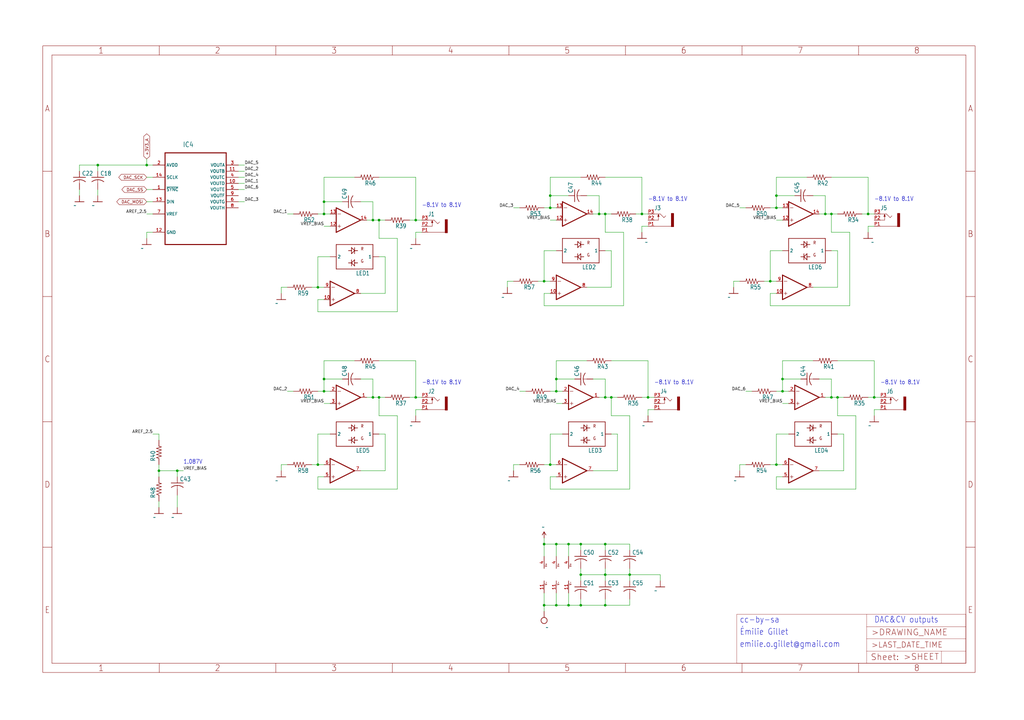
<source format=kicad_sch>
(kicad_sch (version 20211123) (generator eeschema)
  (paper "User" 425.45 299.161)
  (lib_symbols
    (symbol "stages_v70-eagle-import:A3L-LOC"
      (symbol "A3L-LOC_0_0"
        (polyline (pts (xy 0 52.07) (xy 3.81 52.07)))
        (polyline (pts (xy 0 104.14) (xy 3.81 104.14)))
        (polyline (pts (xy 0 156.21) (xy 3.81 156.21)))
        (polyline (pts (xy 0 208.28) (xy 3.81 208.28)))
        (polyline (pts (xy 3.81 3.81) (xy 3.81 256.54)))
        (polyline (pts (xy 48.4188 0) (xy 48.4188 3.81)))
        (polyline (pts (xy 48.4188 256.54) (xy 48.4188 260.35)))
        (polyline (pts (xy 96.8375 0) (xy 96.8375 3.81)))
        (polyline (pts (xy 96.8375 256.54) (xy 96.8375 260.35)))
        (polyline (pts (xy 145.2563 0) (xy 145.2563 3.81)))
        (polyline (pts (xy 145.2563 256.54) (xy 145.2563 260.35)))
        (polyline (pts (xy 193.675 0) (xy 193.675 3.81)))
        (polyline (pts (xy 193.675 256.54) (xy 193.675 260.35)))
        (polyline (pts (xy 242.0938 0) (xy 242.0938 3.81)))
        (polyline (pts (xy 242.0938 256.54) (xy 242.0938 260.35)))
        (polyline (pts (xy 290.5125 0) (xy 290.5125 3.81)))
        (polyline (pts (xy 290.5125 256.54) (xy 290.5125 260.35)))
        (polyline (pts (xy 338.9313 0) (xy 338.9313 3.81)))
        (polyline (pts (xy 338.9313 256.54) (xy 338.9313 260.35)))
        (polyline (pts (xy 383.54 3.81) (xy 3.81 3.81)))
        (polyline (pts (xy 383.54 3.81) (xy 383.54 256.54)))
        (polyline (pts (xy 383.54 52.07) (xy 387.35 52.07)))
        (polyline (pts (xy 383.54 104.14) (xy 387.35 104.14)))
        (polyline (pts (xy 383.54 156.21) (xy 387.35 156.21)))
        (polyline (pts (xy 383.54 208.28) (xy 387.35 208.28)))
        (polyline (pts (xy 383.54 256.54) (xy 3.81 256.54)))
        (polyline (pts (xy 0 0) (xy 387.35 0) (xy 387.35 260.35) (xy 0 260.35) (xy 0 0)))
        (text "1" (at 24.2094 1.905 0) (effects (font (size 2.54 2.286))))
        (text "1" (at 24.2094 258.445 0) (effects (font (size 2.54 2.286))))
        (text "2" (at 72.6281 1.905 0) (effects (font (size 2.54 2.286))))
        (text "2" (at 72.6281 258.445 0) (effects (font (size 2.54 2.286))))
        (text "3" (at 121.0469 1.905 0) (effects (font (size 2.54 2.286))))
        (text "3" (at 121.0469 258.445 0) (effects (font (size 2.54 2.286))))
        (text "4" (at 169.4656 1.905 0) (effects (font (size 2.54 2.286))))
        (text "4" (at 169.4656 258.445 0) (effects (font (size 2.54 2.286))))
        (text "5" (at 217.8844 1.905 0) (effects (font (size 2.54 2.286))))
        (text "5" (at 217.8844 258.445 0) (effects (font (size 2.54 2.286))))
        (text "6" (at 266.3031 1.905 0) (effects (font (size 2.54 2.286))))
        (text "6" (at 266.3031 258.445 0) (effects (font (size 2.54 2.286))))
        (text "7" (at 314.7219 1.905 0) (effects (font (size 2.54 2.286))))
        (text "7" (at 314.7219 258.445 0) (effects (font (size 2.54 2.286))))
        (text "8" (at 363.1406 1.905 0) (effects (font (size 2.54 2.286))))
        (text "8" (at 363.1406 258.445 0) (effects (font (size 2.54 2.286))))
        (text "A" (at 1.905 234.315 0) (effects (font (size 2.54 2.286))))
        (text "A" (at 385.445 234.315 0) (effects (font (size 2.54 2.286))))
        (text "B" (at 1.905 182.245 0) (effects (font (size 2.54 2.286))))
        (text "B" (at 385.445 182.245 0) (effects (font (size 2.54 2.286))))
        (text "C" (at 1.905 130.175 0) (effects (font (size 2.54 2.286))))
        (text "C" (at 385.445 130.175 0) (effects (font (size 2.54 2.286))))
        (text "D" (at 1.905 78.105 0) (effects (font (size 2.54 2.286))))
        (text "D" (at 385.445 78.105 0) (effects (font (size 2.54 2.286))))
        (text "E" (at 1.905 26.035 0) (effects (font (size 2.54 2.286))))
        (text "E" (at 385.445 26.035 0) (effects (font (size 2.54 2.286))))
      )
      (symbol "A3L-LOC_1_0"
        (polyline (pts (xy 288.29 3.81) (xy 288.29 24.13)) (stroke (width 0.1016)))
        (polyline (pts (xy 288.29 3.81) (xy 342.265 3.81)) (stroke (width 0.1016)))
        (polyline (pts (xy 288.29 24.13) (xy 342.265 24.13)) (stroke (width 0.1016)))
        (polyline (pts (xy 342.265 3.81) (xy 373.38 3.81)) (stroke (width 0.1016)))
        (polyline (pts (xy 342.265 8.89) (xy 342.265 3.81)) (stroke (width 0.1016)))
        (polyline (pts (xy 342.265 8.89) (xy 342.265 13.97)) (stroke (width 0.1016)))
        (polyline (pts (xy 342.265 13.97) (xy 342.265 19.05)) (stroke (width 0.1016)))
        (polyline (pts (xy 342.265 13.97) (xy 383.54 13.97)) (stroke (width 0.1016)))
        (polyline (pts (xy 342.265 19.05) (xy 342.265 24.13)) (stroke (width 0.1016)))
        (polyline (pts (xy 342.265 19.05) (xy 383.54 19.05)) (stroke (width 0.1016)))
        (polyline (pts (xy 342.265 24.13) (xy 383.54 24.13)) (stroke (width 0.1016)))
        (polyline (pts (xy 373.38 3.81) (xy 373.38 8.89)) (stroke (width 0.1016)))
        (polyline (pts (xy 373.38 3.81) (xy 383.54 3.81)) (stroke (width 0.1016)))
        (polyline (pts (xy 373.38 8.89) (xy 342.265 8.89)) (stroke (width 0.1016)))
        (polyline (pts (xy 373.38 8.89) (xy 383.54 8.89)) (stroke (width 0.1016)))
        (polyline (pts (xy 383.54 3.81) (xy 383.54 8.89)) (stroke (width 0.1016)))
        (polyline (pts (xy 383.54 8.89) (xy 383.54 13.97)) (stroke (width 0.1016)))
        (polyline (pts (xy 383.54 13.97) (xy 383.54 19.05)) (stroke (width 0.1016)))
        (polyline (pts (xy 383.54 19.05) (xy 383.54 24.13)) (stroke (width 0.1016)))
        (text ">DRAWING_NAME" (at 344.17 15.24 0) (effects (font (size 2.54 2.54)) (justify left bottom)))
        (text ">LAST_DATE_TIME" (at 344.17 10.16 0) (effects (font (size 2.286 2.286)) (justify left bottom)))
        (text ">SHEET" (at 357.505 5.08 0) (effects (font (size 2.54 2.54)) (justify left bottom)))
        (text "Sheet:" (at 343.916 4.953 0) (effects (font (size 2.54 2.54)) (justify left bottom)))
      )
    )
    (symbol "stages_v70-eagle-import:C-USC0402"
      (property "Reference" "C" (at 1.016 0.635 0))
      (property "Value" "C-USC0402" (at 1.016 -4.191 0))
      (symbol "C-USC0402_1_0"
        (arc (start 0 -1.0161) (mid -1.302 -1.2303) (end -2.4668 -1.8504) (stroke (width 0.254)))
        (polyline (pts (xy -2.54 0) (xy 2.54 0)) (stroke (width 0.254)))
        (polyline (pts (xy 0 -1.016) (xy 0 -2.54)) (stroke (width 0.1524)))
        (arc (start 2.4892 -1.8542) (mid 1.3158 -1.2195) (end 0 -1) (stroke (width 0.254)))
        (pin passive line (at 0 2.54 270) (length 2.54) (name "1") (number "1"))
        (pin passive line (at 0 -5.08 90) (length 2.54) (name "2") (number "2"))
      )
    )
    (symbol "stages_v70-eagle-import:C-USC1206"
      (property "Reference" "C" (at 1.016 0.635 0))
      (property "Value" "C-USC1206" (at 1.016 -4.191 0))
      (symbol "C-USC1206_1_0"
        (arc (start 0 -1.0161) (mid -1.302 -1.2303) (end -2.4668 -1.8504) (stroke (width 0.254)))
        (polyline (pts (xy -2.54 0) (xy 2.54 0)) (stroke (width 0.254)))
        (polyline (pts (xy 0 -1.016) (xy 0 -2.54)) (stroke (width 0.1524)))
        (arc (start 2.4892 -1.8542) (mid 1.3158 -1.2195) (end 0 -1) (stroke (width 0.254)))
        (pin passive line (at 0 2.54 270) (length 2.54) (name "1") (number "1"))
        (pin passive line (at 0 -5.08 90) (length 2.54) (name "2") (number "2"))
      )
    )
    (symbol "stages_v70-eagle-import:DAC8168PW"
      (property "Reference" "IC" (at -5.3594 20.066 0))
      (property "Value" "DAC8168PW" (at -5.8674 -22.9362 0))
      (symbol "DAC8168PW_1_0"
        (polyline (pts (xy -12.7 -20.32) (xy 12.7 -20.32)) (stroke (width 0.4064)))
        (polyline (pts (xy -12.7 17.78) (xy -12.7 -20.32)) (stroke (width 0.4064)))
        (polyline (pts (xy 12.7 -20.32) (xy 12.7 17.78)) (stroke (width 0.4064)))
        (polyline (pts (xy 12.7 17.78) (xy -12.7 17.78)) (stroke (width 0.4064)))
        (pin input line (at -17.78 2.54 0) (length 5.08) (name "~{SYNC}") (number "1"))
        (pin output line (at 17.78 5.08 180) (length 5.08) (name "VOUTD") (number "10"))
        (pin output line (at 17.78 10.16 180) (length 5.08) (name "VOUTB") (number "11"))
        (pin passive line (at -17.78 -15.24 0) (length 5.08) (name "GND") (number "12"))
        (pin input line (at -17.78 -2.54 0) (length 5.08) (name "DIN") (number "13"))
        (pin input line (at -17.78 7.62 0) (length 5.08) (name "SCLK") (number "14"))
        (pin power_in line (at -17.78 12.7 0) (length 5.08) (name "AVDD") (number "2"))
        (pin output line (at 17.78 12.7 180) (length 5.08) (name "VOUTA") (number "3"))
        (pin output line (at 17.78 7.62 180) (length 5.08) (name "VOUTC") (number "4"))
        (pin output line (at 17.78 2.54 180) (length 5.08) (name "VOUTE") (number "5"))
        (pin output line (at 17.78 -2.54 180) (length 5.08) (name "VOUTG") (number "6"))
        (pin input line (at -17.78 -7.62 0) (length 5.08) (name "VREF") (number "7"))
        (pin output line (at 17.78 -5.08 180) (length 5.08) (name "VOUTH") (number "8"))
        (pin output line (at 17.78 0 180) (length 5.08) (name "VOUTF") (number "9"))
      )
    )
    (symbol "stages_v70-eagle-import:GND" (power)
      (property "Value" "GND" (at -2.54 -2.54 0))
      (symbol "GND_1_0"
        (polyline (pts (xy -1.905 0) (xy 1.905 0)) (stroke (width 0.254)))
        (pin power_in line (at 0 2.54 270) (length 2.54) (name "GND") (number "1"))
      )
    )
    (symbol "stages_v70-eagle-import:LED-BICOLOR-SHARED-THROUGHHOLE"
      (property "Value" "LED-BICOLOR-SHARED-THROUGHHOLE" (at -6.35 -7.62 0))
      (symbol "LED-BICOLOR-SHARED-THROUGHHOLE_1_0"
        (polyline (pts (xy -7.62 -5.08) (xy -7.62 5.08)) (stroke (width 0.254)))
        (polyline (pts (xy -7.62 5.08) (xy 7.62 5.08)) (stroke (width 0.254)))
        (polyline (pts (xy 0 -2.54) (xy -1.27 -2.54)) (stroke (width 0.254)))
        (polyline (pts (xy 0 -2.54) (xy 0 -3.81)) (stroke (width 0.254)))
        (polyline (pts (xy 0 -2.54) (xy 1.27 -1.27)) (stroke (width 0.254)))
        (polyline (pts (xy 0 -1.27) (xy 0 -2.54)) (stroke (width 0.254)))
        (polyline (pts (xy 0 1.27) (xy 1.27 2.54)) (stroke (width 0.254)))
        (polyline (pts (xy 0 2.54) (xy -1.27 2.54)) (stroke (width 0.254)))
        (polyline (pts (xy 0 2.54) (xy 0 1.27)) (stroke (width 0.254)))
        (polyline (pts (xy 0 3.81) (xy 0 2.54)) (stroke (width 0.254)))
        (polyline (pts (xy 1.27 -3.81) (xy 0 -2.54)) (stroke (width 0.254)))
        (polyline (pts (xy 1.27 -2.54) (xy 1.27 -3.81)) (stroke (width 0.254)))
        (polyline (pts (xy 1.27 -2.54) (xy 2.54 -2.54)) (stroke (width 0.254)))
        (polyline (pts (xy 1.27 -1.27) (xy 1.27 -2.54)) (stroke (width 0.254)))
        (polyline (pts (xy 1.27 2.54) (xy 0 3.81)) (stroke (width 0.254)))
        (polyline (pts (xy 1.27 2.54) (xy 1.27 1.27)) (stroke (width 0.254)))
        (polyline (pts (xy 1.27 2.54) (xy 2.54 2.54)) (stroke (width 0.254)))
        (polyline (pts (xy 1.27 3.81) (xy 1.27 2.54)) (stroke (width 0.254)))
        (polyline (pts (xy 7.62 -5.08) (xy -7.62 -5.08)) (stroke (width 0.254)))
        (polyline (pts (xy 7.62 5.08) (xy 7.62 -5.08)) (stroke (width 0.254)))
        (text "G" (at -3.81 2.54 0) (effects (font (size 1.27 1.0795)) (justify left bottom)))
        (text "R" (at -3.81 -2.54 0) (effects (font (size 1.27 1.0795)) (justify left bottom)))
        (pin bidirectional line (at -10.16 0 0) (length 2.54) (name "1") (number "1"))
        (pin bidirectional line (at 10.16 0 180) (length 2.54) (name "2") (number "2"))
      )
    )
    (symbol "stages_v70-eagle-import:PJ301_THONKICONN6"
      (property "Reference" "J" (at -2.54 4.064 0))
      (symbol "PJ301_THONKICONN6_1_0"
        (polyline (pts (xy -2.54 -2.54) (xy 4.572 -2.54)) (stroke (width 0.1524)))
        (polyline (pts (xy -2.54 0) (xy -0.762 0)) (stroke (width 0.1524)))
        (polyline (pts (xy -2.54 2.54) (xy 0 2.54)) (stroke (width 0.1524)))
        (polyline (pts (xy -1.016 1.524) (xy -0.508 1.524)) (stroke (width 0.254)))
        (polyline (pts (xy -0.762 0) (xy -0.762 2.286)) (stroke (width 0.1524)))
        (polyline (pts (xy -0.762 2.286) (xy -1.016 1.524)) (stroke (width 0.254)))
        (polyline (pts (xy -0.508 1.524) (xy -0.762 2.286)) (stroke (width 0.254)))
        (polyline (pts (xy 0 2.54) (xy 1.524 1.016)) (stroke (width 0.1524)))
        (polyline (pts (xy 1.524 1.016) (xy 2.286 1.778)) (stroke (width 0.1524)))
        (rectangle (start 4.572 2.794) (end 5.588 -2.794) (fill (type outline)))
        (pin passive line (at -5.08 -2.54 0) (length 2.54) (name "1") (number "P1"))
        (pin passive line (at -5.08 0 0) (length 2.54) (name "2") (number "P2"))
        (pin passive line (at -5.08 2.54 0) (length 2.54) (name "3") (number "P3"))
      )
    )
    (symbol "stages_v70-eagle-import:R-US_R0402"
      (property "Reference" "R" (at -3.81 1.4986 0))
      (property "Value" "R-US_R0402" (at -3.81 -3.302 0))
      (symbol "R-US_R0402_1_0"
        (polyline (pts (xy -2.54 0) (xy -2.159 1.016)) (stroke (width 0.2032)))
        (polyline (pts (xy -2.159 1.016) (xy -1.524 -1.016)) (stroke (width 0.2032)))
        (polyline (pts (xy -1.524 -1.016) (xy -0.889 1.016)) (stroke (width 0.2032)))
        (polyline (pts (xy -0.889 1.016) (xy -0.254 -1.016)) (stroke (width 0.2032)))
        (polyline (pts (xy -0.254 -1.016) (xy 0.381 1.016)) (stroke (width 0.2032)))
        (polyline (pts (xy 0.381 1.016) (xy 1.016 -1.016)) (stroke (width 0.2032)))
        (polyline (pts (xy 1.016 -1.016) (xy 1.651 1.016)) (stroke (width 0.2032)))
        (polyline (pts (xy 1.651 1.016) (xy 2.286 -1.016)) (stroke (width 0.2032)))
        (polyline (pts (xy 2.286 -1.016) (xy 2.54 0)) (stroke (width 0.2032)))
        (pin passive line (at -5.08 0 0) (length 2.54) (name "1") (number "1"))
        (pin passive line (at 5.08 0 180) (length 2.54) (name "2") (number "2"))
      )
    )
    (symbol "stages_v70-eagle-import:R-US_R0603"
      (property "Reference" "R" (at -3.81 1.4986 0))
      (property "Value" "R-US_R0603" (at -3.81 -3.302 0))
      (symbol "R-US_R0603_1_0"
        (polyline (pts (xy -2.54 0) (xy -2.159 1.016)) (stroke (width 0.2032)))
        (polyline (pts (xy -2.159 1.016) (xy -1.524 -1.016)) (stroke (width 0.2032)))
        (polyline (pts (xy -1.524 -1.016) (xy -0.889 1.016)) (stroke (width 0.2032)))
        (polyline (pts (xy -0.889 1.016) (xy -0.254 -1.016)) (stroke (width 0.2032)))
        (polyline (pts (xy -0.254 -1.016) (xy 0.381 1.016)) (stroke (width 0.2032)))
        (polyline (pts (xy 0.381 1.016) (xy 1.016 -1.016)) (stroke (width 0.2032)))
        (polyline (pts (xy 1.016 -1.016) (xy 1.651 1.016)) (stroke (width 0.2032)))
        (polyline (pts (xy 1.651 1.016) (xy 2.286 -1.016)) (stroke (width 0.2032)))
        (polyline (pts (xy 2.286 -1.016) (xy 2.54 0)) (stroke (width 0.2032)))
        (pin passive line (at -5.08 0 0) (length 2.54) (name "1") (number "1"))
        (pin passive line (at 5.08 0 180) (length 2.54) (name "2") (number "2"))
      )
    )
    (symbol "stages_v70-eagle-import:TL074PW"
      (symbol "TL074PW_1_0"
        (polyline (pts (xy -5.08 -5.08) (xy 5.08 0)) (stroke (width 0.4064)))
        (polyline (pts (xy -5.08 5.08) (xy -5.08 -5.08)) (stroke (width 0.4064)))
        (polyline (pts (xy -4.445 -2.54) (xy -3.175 -2.54)) (stroke (width 0.1524)))
        (polyline (pts (xy -4.445 2.54) (xy -3.175 2.54)) (stroke (width 0.1524)))
        (polyline (pts (xy -3.81 3.175) (xy -3.81 1.905)) (stroke (width 0.1524)))
        (polyline (pts (xy 5.08 0) (xy -5.08 5.08)) (stroke (width 0.4064)))
        (pin output line (at 7.62 0 180) (length 2.54) (name "OUT") (number "1"))
        (pin input line (at -7.62 -2.54 0) (length 2.54) (name "-IN") (number "2"))
        (pin input line (at -7.62 2.54 0) (length 2.54) (name "+IN") (number "3"))
      )
      (symbol "TL074PW_2_0"
        (polyline (pts (xy -5.08 -5.08) (xy 5.08 0)) (stroke (width 0.4064)))
        (polyline (pts (xy -5.08 5.08) (xy -5.08 -5.08)) (stroke (width 0.4064)))
        (polyline (pts (xy -4.445 -2.54) (xy -3.175 -2.54)) (stroke (width 0.1524)))
        (polyline (pts (xy -4.445 2.54) (xy -3.175 2.54)) (stroke (width 0.1524)))
        (polyline (pts (xy -3.81 3.175) (xy -3.81 1.905)) (stroke (width 0.1524)))
        (polyline (pts (xy 5.08 0) (xy -5.08 5.08)) (stroke (width 0.4064)))
        (pin input line (at -7.62 2.54 0) (length 2.54) (name "+IN") (number "5"))
        (pin input line (at -7.62 -2.54 0) (length 2.54) (name "-IN") (number "6"))
        (pin output line (at 7.62 0 180) (length 2.54) (name "OUT") (number "7"))
      )
      (symbol "TL074PW_3_0"
        (polyline (pts (xy -5.08 -5.08) (xy 5.08 0)) (stroke (width 0.4064)))
        (polyline (pts (xy -5.08 5.08) (xy -5.08 -5.08)) (stroke (width 0.4064)))
        (polyline (pts (xy -4.445 -2.54) (xy -3.175 -2.54)) (stroke (width 0.1524)))
        (polyline (pts (xy -4.445 2.54) (xy -3.175 2.54)) (stroke (width 0.1524)))
        (polyline (pts (xy -3.81 3.175) (xy -3.81 1.905)) (stroke (width 0.1524)))
        (polyline (pts (xy 5.08 0) (xy -5.08 5.08)) (stroke (width 0.4064)))
        (pin input line (at -7.62 2.54 0) (length 2.54) (name "+IN") (number "10"))
        (pin output line (at 7.62 0 180) (length 2.54) (name "OUT") (number "8"))
        (pin input line (at -7.62 -2.54 0) (length 2.54) (name "-IN") (number "9"))
      )
      (symbol "TL074PW_4_0"
        (polyline (pts (xy -5.08 -5.08) (xy 5.08 0)) (stroke (width 0.4064)))
        (polyline (pts (xy -5.08 5.08) (xy -5.08 -5.08)) (stroke (width 0.4064)))
        (polyline (pts (xy -4.445 -2.54) (xy -3.175 -2.54)) (stroke (width 0.1524)))
        (polyline (pts (xy -4.445 2.54) (xy -3.175 2.54)) (stroke (width 0.1524)))
        (polyline (pts (xy -3.81 3.175) (xy -3.81 1.905)) (stroke (width 0.1524)))
        (polyline (pts (xy 5.08 0) (xy -5.08 5.08)) (stroke (width 0.4064)))
        (pin input line (at -7.62 2.54 0) (length 2.54) (name "+IN") (number "12"))
        (pin input line (at -7.62 -2.54 0) (length 2.54) (name "-IN") (number "13"))
        (pin output line (at 7.62 0 180) (length 2.54) (name "OUT") (number "14"))
      )
      (symbol "TL074PW_5_0"
        (text "V+" (at 1.27 3.175 900) (effects (font (size 0.8128 0.6908)) (justify left bottom)))
        (text "V-" (at 1.27 -4.445 900) (effects (font (size 0.8128 0.6908)) (justify left bottom)))
        (pin power_in line (at 0 -7.62 90) (length 5.08) (name "V-") (number "11"))
        (pin power_in line (at 0 7.62 270) (length 5.08) (name "V+") (number "4"))
      )
    )
    (symbol "stages_v70-eagle-import:VCC" (power)
      (property "Value" "VCC" (at -1.016 3.556 0))
      (symbol "VCC_1_0"
        (polyline (pts (xy 0 2.54) (xy -0.762 1.27)) (stroke (width 0.254)))
        (polyline (pts (xy 0.762 1.27) (xy 0 2.54)) (stroke (width 0.254)))
        (pin power_in line (at 0 0 90) (length 2.54) (name "VCC") (number "1"))
      )
    )
    (symbol "stages_v70-eagle-import:VEE" (power)
      (property "Value" "VEE" (at -1.905 3.175 0))
      (symbol "VEE_1_0"
        (circle (center 0 1.27) (radius 1.27) (stroke (width 0.254)))
        (pin power_in line (at 0 -2.54 90) (length 2.54) (name "VEE") (number "1"))
      )
    )
  )
  (junction (at 231.14 226.06))
  (junction (at 228.6 86.36))
  (junction (at 231.14 157.48))
  (junction (at 236.22 251.46))
  (junction (at 325.12 162.56))
  (junction (at 345.44 165.1))
  (junction (at 134.62 162.56))
  (junction (at 60.96 68.58))
  (junction (at 248.92 88.9))
  (junction (at 132.08 119.38))
  (junction (at 172.72 165.1))
  (junction (at 172.72 91.44))
  (junction (at 322.58 193.04))
  (junction (at 342.9 88.9))
  (junction (at 157.48 91.44))
  (junction (at 251.46 251.46))
  (junction (at 325.12 157.48))
  (junction (at 40.64 68.58))
  (junction (at 320.04 116.84))
  (junction (at 228.6 193.04))
  (junction (at 322.58 86.36))
  (junction (at 226.06 116.84))
  (junction (at 360.68 88.9))
  (junction (at 134.62 88.9))
  (junction (at 251.46 226.06))
  (junction (at 241.3 226.06))
  (junction (at 345.44 88.9))
  (junction (at 241.3 251.46))
  (junction (at 236.22 226.06))
  (junction (at 266.7 88.9))
  (junction (at 228.6 81.28))
  (junction (at 241.3 238.76))
  (junction (at 157.48 165.1))
  (junction (at 363.22 165.1))
  (junction (at 154.94 165.1))
  (junction (at 261.62 238.76))
  (junction (at 226.06 251.46))
  (junction (at 251.46 238.76))
  (junction (at 254 165.1))
  (junction (at 269.24 165.1))
  (junction (at 66.04 195.58))
  (junction (at 347.98 165.1))
  (junction (at 134.62 83.82))
  (junction (at 134.62 157.48))
  (junction (at 73.66 195.58))
  (junction (at 231.14 251.46))
  (junction (at 226.06 226.06))
  (junction (at 251.46 165.1))
  (junction (at 251.46 88.9))
  (junction (at 132.08 193.04))
  (junction (at 154.94 91.44))
  (junction (at 231.14 162.56))
  (junction (at 322.58 81.28))
  (wire (pts (xy 327.66 180.34) (xy 322.58 180.34)))
  (wire (pts (xy 353.06 96.52) (xy 345.44 96.52)))
  (wire (pts (xy 355.6 172.72) (xy 347.98 172.72)))
  (wire (pts (xy 251.46 238.76) (xy 261.62 238.76)))
  (wire (pts (xy 246.38 88.9) (xy 248.92 88.9)))
  (wire (pts (xy 226.06 226.06) (xy 231.14 226.06)))
  (wire (pts (xy 254 172.72) (xy 254 165.1)))
  (wire (pts (xy 266.7 73.66) (xy 266.7 88.9)))
  (wire (pts (xy 129.54 193.04) (xy 132.08 193.04)))
  (wire (pts (xy 73.66 195.58) (xy 76.2 195.58)))
  (wire (pts (xy 322.58 121.92) (xy 320.04 121.92)))
  (wire (pts (xy 63.5 73.66) (xy 60.96 73.66)))
  (wire (pts (xy 231.14 104.14) (xy 226.06 104.14)))
  (wire (pts (xy 119.38 193.04) (xy 116.84 193.04)))
  (wire (pts (xy 175.26 96.52) (xy 172.72 96.52)))
  (wire (pts (xy 165.1 129.54) (xy 165.1 99.06)))
  (wire (pts (xy 121.92 88.9) (xy 119.38 88.9)))
  (wire (pts (xy 132.08 162.56) (xy 134.62 162.56)))
  (wire (pts (xy 360.68 73.66) (xy 360.68 88.9)))
  (wire (pts (xy 63.5 96.52) (xy 60.96 96.52)))
  (wire (pts (xy 342.9 88.9) (xy 345.44 88.9)))
  (wire (pts (xy 210.82 116.84) (xy 210.82 119.38)))
  (wire (pts (xy 363.22 165.1) (xy 365.76 165.1)))
  (wire (pts (xy 251.46 157.48) (xy 251.46 165.1)))
  (wire (pts (xy 40.64 68.58) (xy 60.96 68.58)))
  (wire (pts (xy 132.08 180.34) (xy 132.08 193.04)))
  (wire (pts (xy 160.02 121.92) (xy 149.86 121.92)))
  (wire (pts (xy 157.48 106.68) (xy 160.02 106.68)))
  (wire (pts (xy 226.06 121.92) (xy 226.06 127)))
  (wire (pts (xy 248.92 88.9) (xy 251.46 88.9)))
  (wire (pts (xy 231.14 91.44) (xy 228.6 91.44)))
  (wire (pts (xy 327.66 162.56) (xy 325.12 162.56)))
  (wire (pts (xy 226.06 127) (xy 259.08 127)))
  (wire (pts (xy 228.6 86.36) (xy 228.6 81.28)))
  (wire (pts (xy 269.24 165.1) (xy 266.7 165.1)))
  (wire (pts (xy 320.04 86.36) (xy 322.58 86.36)))
  (wire (pts (xy 238.76 157.48) (xy 231.14 157.48)))
  (wire (pts (xy 266.7 88.9) (xy 264.16 88.9)))
  (wire (pts (xy 347.98 165.1) (xy 350.52 165.1)))
  (wire (pts (xy 172.72 165.1) (xy 175.26 165.1)))
  (wire (pts (xy 347.98 104.14) (xy 347.98 119.38)))
  (wire (pts (xy 134.62 198.12) (xy 132.08 198.12)))
  (wire (pts (xy 228.6 203.2) (xy 261.62 203.2)))
  (wire (pts (xy 226.06 116.84) (xy 228.6 116.84)))
  (wire (pts (xy 228.6 81.28) (xy 228.6 73.66)))
  (wire (pts (xy 269.24 149.86) (xy 269.24 165.1)))
  (wire (pts (xy 134.62 162.56) (xy 134.62 157.48)))
  (wire (pts (xy 152.4 91.44) (xy 154.94 91.44)))
  (wire (pts (xy 251.46 228.6) (xy 251.46 226.06)))
  (wire (pts (xy 231.14 162.56) (xy 231.14 157.48)))
  (wire (pts (xy 172.72 165.1) (xy 170.18 165.1)))
  (wire (pts (xy 325.12 198.12) (xy 322.58 198.12)))
  (wire (pts (xy 322.58 198.12) (xy 322.58 203.2)))
  (wire (pts (xy 304.8 116.84) (xy 304.8 119.38)))
  (wire (pts (xy 40.64 68.58) (xy 33.02 68.58)))
  (wire (pts (xy 330.2 81.28) (xy 322.58 81.28)))
  (wire (pts (xy 165.1 203.2) (xy 165.1 172.72)))
  (wire (pts (xy 332.74 157.48) (xy 325.12 157.48)))
  (wire (pts (xy 322.58 203.2) (xy 355.6 203.2)))
  (wire (pts (xy 259.08 127) (xy 259.08 96.52)))
  (wire (pts (xy 142.24 83.82) (xy 134.62 83.82)))
  (wire (pts (xy 121.92 162.56) (xy 119.38 162.56)))
  (wire (pts (xy 347.98 172.72) (xy 347.98 165.1)))
  (wire (pts (xy 223.52 116.84) (xy 226.06 116.84)))
  (wire (pts (xy 251.46 165.1) (xy 254 165.1)))
  (wire (pts (xy 226.06 251.46) (xy 226.06 254)))
  (wire (pts (xy 137.16 93.98) (xy 134.62 93.98)))
  (wire (pts (xy 134.62 124.46) (xy 132.08 124.46)))
  (wire (pts (xy 160.02 195.58) (xy 149.86 195.58)))
  (wire (pts (xy 63.5 88.9) (xy 60.96 88.9)))
  (wire (pts (xy 251.46 88.9) (xy 254 88.9)))
  (wire (pts (xy 236.22 226.06) (xy 241.3 226.06)))
  (wire (pts (xy 254 180.34) (xy 256.54 180.34)))
  (wire (pts (xy 231.14 231.14) (xy 231.14 226.06)))
  (wire (pts (xy 157.48 73.66) (xy 172.72 73.66)))
  (wire (pts (xy 254 119.38) (xy 243.84 119.38)))
  (wire (pts (xy 251.46 104.14) (xy 254 104.14)))
  (wire (pts (xy 226.06 104.14) (xy 226.06 116.84)))
  (wire (pts (xy 228.6 180.34) (xy 228.6 193.04)))
  (wire (pts (xy 66.04 195.58) (xy 73.66 195.58)))
  (wire (pts (xy 213.36 193.04) (xy 213.36 195.58)))
  (wire (pts (xy 325.12 149.86) (xy 337.82 149.86)))
  (wire (pts (xy 172.72 91.44) (xy 175.26 91.44)))
  (wire (pts (xy 160.02 180.34) (xy 160.02 195.58)))
  (wire (pts (xy 307.34 116.84) (xy 304.8 116.84)))
  (wire (pts (xy 149.86 83.82) (xy 154.94 83.82)))
  (wire (pts (xy 322.58 86.36) (xy 322.58 81.28)))
  (wire (pts (xy 231.14 157.48) (xy 231.14 149.86)))
  (wire (pts (xy 73.66 195.58) (xy 73.66 198.12)))
  (wire (pts (xy 137.16 106.68) (xy 132.08 106.68)))
  (wire (pts (xy 66.04 180.34) (xy 63.5 180.34)))
  (wire (pts (xy 165.1 99.06) (xy 157.48 99.06)))
  (wire (pts (xy 40.64 78.74) (xy 40.64 81.28)))
  (wire (pts (xy 236.22 246.38) (xy 236.22 251.46)))
  (wire (pts (xy 226.06 246.38) (xy 226.06 251.46)))
  (wire (pts (xy 119.38 119.38) (xy 116.84 119.38)))
  (wire (pts (xy 228.6 198.12) (xy 228.6 203.2)))
  (wire (pts (xy 327.66 167.64) (xy 325.12 167.64)))
  (wire (pts (xy 226.06 251.46) (xy 231.14 251.46)))
  (wire (pts (xy 63.5 83.82) (xy 60.96 83.82)))
  (wire (pts (xy 132.08 106.68) (xy 132.08 119.38)))
  (wire (pts (xy 325.12 157.48) (xy 325.12 149.86)))
  (wire (pts (xy 251.46 73.66) (xy 266.7 73.66)))
  (wire (pts (xy 241.3 241.3) (xy 241.3 238.76)))
  (wire (pts (xy 248.92 81.28) (xy 248.92 88.9)))
  (wire (pts (xy 271.78 170.18) (xy 269.24 170.18)))
  (wire (pts (xy 132.08 119.38) (xy 134.62 119.38)))
  (wire (pts (xy 269.24 93.98) (xy 266.7 93.98)))
  (wire (pts (xy 233.68 162.56) (xy 231.14 162.56)))
  (wire (pts (xy 231.14 149.86) (xy 243.84 149.86)))
  (wire (pts (xy 236.22 231.14) (xy 236.22 226.06)))
  (wire (pts (xy 231.14 198.12) (xy 228.6 198.12)))
  (wire (pts (xy 154.94 165.1) (xy 157.48 165.1)))
  (wire (pts (xy 360.68 88.9) (xy 363.22 88.9)))
  (wire (pts (xy 236.22 81.28) (xy 228.6 81.28)))
  (wire (pts (xy 251.46 248.92) (xy 251.46 251.46)))
  (wire (pts (xy 233.68 180.34) (xy 228.6 180.34)))
  (wire (pts (xy 363.22 170.18) (xy 363.22 172.72)))
  (wire (pts (xy 269.24 170.18) (xy 269.24 172.72)))
  (wire (pts (xy 172.72 91.44) (xy 170.18 91.44)))
  (wire (pts (xy 307.34 86.36) (xy 309.88 86.36)))
  (wire (pts (xy 355.6 203.2) (xy 355.6 172.72)))
  (wire (pts (xy 134.62 88.9) (xy 132.08 88.9)))
  (wire (pts (xy 73.66 205.74) (xy 73.66 210.82)))
  (wire (pts (xy 228.6 73.66) (xy 241.3 73.66)))
  (wire (pts (xy 274.32 238.76) (xy 274.32 241.3)))
  (wire (pts (xy 116.84 193.04) (xy 116.84 195.58)))
  (wire (pts (xy 365.76 170.18) (xy 363.22 170.18)))
  (wire (pts (xy 226.06 193.04) (xy 228.6 193.04)))
  (wire (pts (xy 157.48 165.1) (xy 160.02 165.1)))
  (wire (pts (xy 218.44 162.56) (xy 215.9 162.56)))
  (wire (pts (xy 137.16 162.56) (xy 134.62 162.56)))
  (wire (pts (xy 172.72 73.66) (xy 172.72 91.44)))
  (wire (pts (xy 256.54 180.34) (xy 256.54 195.58)))
  (wire (pts (xy 251.46 96.52) (xy 251.46 88.9)))
  (wire (pts (xy 360.68 93.98) (xy 360.68 96.52)))
  (wire (pts (xy 172.72 149.86) (xy 172.72 165.1)))
  (wire (pts (xy 33.02 68.58) (xy 33.02 71.12)))
  (wire (pts (xy 157.48 149.86) (xy 172.72 149.86)))
  (wire (pts (xy 251.46 226.06) (xy 261.62 226.06)))
  (wire (pts (xy 337.82 81.28) (xy 342.9 81.28)))
  (wire (pts (xy 320.04 104.14) (xy 320.04 116.84)))
  (wire (pts (xy 63.5 68.58) (xy 60.96 68.58)))
  (wire (pts (xy 137.16 88.9) (xy 134.62 88.9)))
  (wire (pts (xy 228.6 193.04) (xy 231.14 193.04)))
  (wire (pts (xy 60.96 68.58) (xy 60.96 66.04)))
  (wire (pts (xy 99.06 73.66) (xy 101.6 73.66)))
  (wire (pts (xy 99.06 83.82) (xy 101.6 83.82)))
  (wire (pts (xy 325.12 91.44) (xy 322.58 91.44)))
  (wire (pts (xy 132.08 193.04) (xy 134.62 193.04)))
  (wire (pts (xy 254 149.86) (xy 269.24 149.86)))
  (wire (pts (xy 66.04 182.88) (xy 66.04 180.34)))
  (wire (pts (xy 248.92 165.1) (xy 251.46 165.1)))
  (wire (pts (xy 342.9 81.28) (xy 342.9 88.9)))
  (wire (pts (xy 226.06 226.06) (xy 226.06 223.52)))
  (wire (pts (xy 228.6 162.56) (xy 231.14 162.56)))
  (wire (pts (xy 243.84 81.28) (xy 248.92 81.28)))
  (wire (pts (xy 236.22 251.46) (xy 241.3 251.46)))
  (wire (pts (xy 309.88 193.04) (xy 307.34 193.04)))
  (wire (pts (xy 325.12 86.36) (xy 322.58 86.36)))
  (wire (pts (xy 66.04 193.04) (xy 66.04 195.58)))
  (wire (pts (xy 269.24 165.1) (xy 271.78 165.1)))
  (wire (pts (xy 340.36 157.48) (xy 345.44 157.48)))
  (wire (pts (xy 134.62 83.82) (xy 134.62 73.66)))
  (wire (pts (xy 172.72 170.18) (xy 172.72 172.72)))
  (wire (pts (xy 66.04 195.58) (xy 66.04 198.12)))
  (wire (pts (xy 261.62 226.06) (xy 261.62 228.6)))
  (wire (pts (xy 320.04 121.92) (xy 320.04 127)))
  (wire (pts (xy 134.62 157.48) (xy 134.62 149.86)))
  (wire (pts (xy 345.44 165.1) (xy 347.98 165.1)))
  (wire (pts (xy 345.44 157.48) (xy 345.44 165.1)))
  (wire (pts (xy 261.62 203.2) (xy 261.62 172.72)))
  (wire (pts (xy 261.62 238.76) (xy 274.32 238.76)))
  (wire (pts (xy 63.5 78.74) (xy 60.96 78.74)))
  (wire (pts (xy 154.94 157.48) (xy 154.94 165.1)))
  (wire (pts (xy 160.02 106.68) (xy 160.02 121.92)))
  (wire (pts (xy 251.46 238.76) (xy 251.46 241.3)))
  (wire (pts (xy 132.08 124.46) (xy 132.08 129.54)))
  (wire (pts (xy 320.04 116.84) (xy 322.58 116.84)))
  (wire (pts (xy 165.1 172.72) (xy 157.48 172.72)))
  (wire (pts (xy 261.62 172.72) (xy 254 172.72)))
  (wire (pts (xy 353.06 127) (xy 353.06 96.52)))
  (wire (pts (xy 226.06 86.36) (xy 228.6 86.36)))
  (wire (pts (xy 233.68 167.64) (xy 231.14 167.64)))
  (wire (pts (xy 320.04 127) (xy 353.06 127)))
  (wire (pts (xy 40.64 71.12) (xy 40.64 68.58)))
  (wire (pts (xy 99.06 68.58) (xy 101.6 68.58)))
  (wire (pts (xy 228.6 121.92) (xy 226.06 121.92)))
  (wire (pts (xy 152.4 165.1) (xy 154.94 165.1)))
  (wire (pts (xy 33.02 81.28) (xy 33.02 78.74)))
  (wire (pts (xy 345.44 73.66) (xy 360.68 73.66)))
  (wire (pts (xy 322.58 180.34) (xy 322.58 193.04)))
  (wire (pts (xy 142.24 157.48) (xy 134.62 157.48)))
  (wire (pts (xy 226.06 231.14) (xy 226.06 226.06)))
  (wire (pts (xy 347.98 119.38) (xy 337.82 119.38)))
  (wire (pts (xy 213.36 86.36) (xy 215.9 86.36)))
  (wire (pts (xy 259.08 96.52) (xy 251.46 96.52)))
  (wire (pts (xy 363.22 149.86) (xy 363.22 165.1)))
  (wire (pts (xy 66.04 208.28) (xy 66.04 210.82)))
  (wire (pts (xy 137.16 167.64) (xy 134.62 167.64)))
  (wire (pts (xy 350.52 180.34) (xy 350.52 195.58)))
  (wire (pts (xy 241.3 238.76) (xy 241.3 236.22)))
  (wire (pts (xy 154.94 83.82) (xy 154.94 91.44)))
  (wire (pts (xy 172.72 96.52) (xy 172.72 99.06)))
  (wire (pts (xy 307.34 193.04) (xy 307.34 195.58)))
  (wire (pts (xy 251.46 236.22) (xy 251.46 238.76)))
  (wire (pts (xy 345.44 88.9) (xy 347.98 88.9)))
  (wire (pts (xy 241.3 226.06) (xy 251.46 226.06)))
  (wire (pts (xy 345.44 96.52) (xy 345.44 88.9)))
  (wire (pts (xy 157.48 180.34) (xy 160.02 180.34)))
  (wire (pts (xy 154.94 91.44) (xy 157.48 91.44)))
  (wire (pts (xy 60.96 96.52) (xy 60.96 99.06)))
  (wire (pts (xy 129.54 119.38) (xy 132.08 119.38)))
  (wire (pts (xy 99.06 76.2) (xy 101.6 76.2)))
  (wire (pts (xy 132.08 198.12) (xy 132.08 203.2)))
  (wire (pts (xy 132.08 129.54) (xy 165.1 129.54)))
  (wire (pts (xy 241.3 248.92) (xy 241.3 251.46)))
  (wire (pts (xy 254 104.14) (xy 254 119.38)))
  (wire (pts (xy 261.62 251.46) (xy 261.62 248.92)))
  (wire (pts (xy 157.48 172.72) (xy 157.48 165.1)))
  (wire (pts (xy 231.14 226.06) (xy 236.22 226.06)))
  (wire (pts (xy 132.08 203.2) (xy 165.1 203.2)))
  (wire (pts (xy 360.68 88.9) (xy 358.14 88.9)))
  (wire (pts (xy 231.14 86.36) (xy 228.6 86.36)))
  (wire (pts (xy 342.9 165.1) (xy 345.44 165.1)))
  (wire (pts (xy 317.5 116.84) (xy 320.04 116.84)))
  (wire (pts (xy 266.7 93.98) (xy 266.7 96.52)))
  (wire (pts (xy 261.62 238.76) (xy 261.62 241.3)))
  (wire (pts (xy 231.14 251.46) (xy 236.22 251.46)))
  (wire (pts (xy 340.36 88.9) (xy 342.9 88.9)))
  (wire (pts (xy 350.52 195.58) (xy 340.36 195.58)))
  (wire (pts (xy 157.48 99.06) (xy 157.48 91.44)))
  (wire (pts (xy 322.58 193.04) (xy 325.12 193.04)))
  (wire (pts (xy 322.58 81.28) (xy 322.58 73.66)))
  (wire (pts (xy 363.22 165.1) (xy 360.68 165.1)))
  (wire (pts (xy 347.98 180.34) (xy 350.52 180.34)))
  (wire (pts (xy 266.7 88.9) (xy 269.24 88.9)))
  (wire (pts (xy 134.62 88.9) (xy 134.62 83.82)))
  (wire (pts (xy 241.3 238.76) (xy 251.46 238.76)))
  (wire (pts (xy 322.58 162.56) (xy 325.12 162.56)))
  (wire (pts (xy 325.12 104.14) (xy 320.04 104.14)))
  (wire (pts (xy 157.48 91.44) (xy 160.02 91.44)))
  (wire (pts (xy 320.04 193.04) (xy 322.58 193.04)))
  (wire (pts (xy 215.9 193.04) (xy 213.36 193.04)))
  (wire (pts (xy 134.62 149.86) (xy 147.32 149.86)))
  (wire (pts (xy 149.86 157.48) (xy 154.94 157.48)))
  (wire (pts (xy 251.46 251.46) (xy 261.62 251.46)))
  (wire (pts (xy 241.3 228.6) (xy 241.3 226.06)))
  (wire (pts (xy 322.58 73.66) (xy 335.28 73.66)))
  (wire (pts (xy 231.14 246.38) (xy 231.14 251.46)))
  (wire (pts (xy 116.84 119.38) (xy 116.84 121.92)))
  (wire (pts (xy 175.26 170.18) (xy 172.72 170.18)))
  (wire (pts (xy 137.16 180.34) (xy 132.08 180.34)))
  (wire (pts (xy 256.54 195.58) (xy 246.38 195.58)))
  (wire (pts (xy 254 165.1) (xy 256.54 165.1)))
  (wire (pts (xy 241.3 251.46) (xy 251.46 251.46)))
  (wire (pts (xy 99.06 71.12) (xy 101.6 71.12)))
  (wire (pts (xy 345.44 104.14) (xy 347.98 104.14)))
  (wire (pts (xy 213.36 116.84) (xy 210.82 116.84)))
  (wire (pts (xy 325.12 162.56) (xy 325.12 157.48)))
  (wire (pts (xy 312.42 162.56) (xy 309.88 162.56)))
  (wire (pts (xy 261.62 236.22) (xy 261.62 238.76)))
  (wire (pts (xy 246.38 157.48) (xy 251.46 157.48)))
  (wire (pts (xy 347.98 149.86) (xy 363.22 149.86)))
  (wire (pts (xy 147.32 73.66) (xy 134.62 73.66)))
  (wire (pts (xy 363.22 93.98) (xy 360.68 93.98)))
  (wire (pts (xy 99.06 78.74) (xy 101.6 78.74)))
  (text "DAC&CV outputs" (at 363.22 259.08 180) (effects (font (size 2.54 2.159)) (justify left bottom)))
  (text "-8.1V to 8.1V" (at 271.78 160.02 180) (effects (font (size 1.778 1.5113)) (justify left bottom)))
  (text "-8.1V to 8.1V" (at 363.22 83.82 180) (effects (font (size 1.778 1.5113)) (justify left bottom)))
  (text "-8.1V to 8.1V" (at 175.26 86.36 180) (effects (font (size 1.778 1.5113)) (justify left bottom)))
  (text "-8.1V to 8.1V" (at 175.26 160.02 180) (effects (font (size 1.778 1.5113)) (justify left bottom)))
  (text "1.087V" (at 76.2 193.04 180) (effects (font (size 1.778 1.5113)) (justify left bottom)))
  (text "cc-by-sa" (at 307.34 259.08 180) (effects (font (size 2.54 2.159)) (justify left bottom)))
  (text "emilie.o.gillet@gmail.com" (at 307.34 269.24 180) (effects (font (size 2.54 2.159)) (justify left bottom)))
  (text "Émilie Gillet" (at 307.34 264.16 180) (effects (font (size 2.54 2.159)) (justify left bottom)))
  (text "-8.1V to 8.1V" (at 365.76 160.02 180) (effects (font (size 1.778 1.5113)) (justify left bottom)))
  (text "-8.1V to 8.1V" (at 269.24 83.82 180) (effects (font (size 1.778 1.5113)) (justify left bottom)))
  (label "VREF_BIAS" (at 134.62 93.98 180) (effects (font (size 1.2446 1.2446))))
  (label "DAC_4" (at 215.9 162.56 180) (effects (font (size 1.2446 1.2446))))
  (label "VREF_BIAS" (at 322.58 91.44 180) (effects (font (size 1.2446 1.2446))))
  (label "DAC_6" (at 101.6 78.74 0) (effects (font (size 1.2446 1.2446))))
  (label "DAC_1" (at 101.6 76.2 0) (effects (font (size 1.2446 1.2446))))
  (label "DAC_4" (at 101.6 73.66 0) (effects (font (size 1.2446 1.2446))))
  (label "DAC_3" (at 101.6 83.82 0) (effects (font (size 1.2446 1.2446))))
  (label "DAC_6" (at 309.88 162.56 180) (effects (font (size 1.2446 1.2446))))
  (label "AREF_2.5" (at 63.5 180.34 180) (effects (font (size 1.2446 1.2446))))
  (label "DAC_1" (at 119.38 88.9 180) (effects (font (size 1.2446 1.2446))))
  (label "VREF_BIAS" (at 134.62 167.64 180) (effects (font (size 1.2446 1.2446))))
  (label "DAC_2" (at 101.6 71.12 0) (effects (font (size 1.2446 1.2446))))
  (label "AREF_2.5" (at 60.96 88.9 180) (effects (font (size 1.2446 1.2446))))
  (label "DAC_5" (at 101.6 68.58 0) (effects (font (size 1.2446 1.2446))))
  (label "VREF_BIAS" (at 76.2 195.58 0) (effects (font (size 1.2446 1.2446))))
  (label "VREF_BIAS" (at 228.6 91.44 180) (effects (font (size 1.2446 1.2446))))
  (label "DAC_2" (at 119.38 162.56 180) (effects (font (size 1.2446 1.2446))))
  (label "VREF_BIAS" (at 231.14 167.64 180) (effects (font (size 1.2446 1.2446))))
  (label "DAC_3" (at 213.36 86.36 180) (effects (font (size 1.2446 1.2446))))
  (label "VREF_BIAS" (at 325.12 167.64 180) (effects (font (size 1.2446 1.2446))))
  (label "DAC_5" (at 307.34 86.36 180) (effects (font (size 1.2446 1.2446))))
  (global_label "DAC_SS" (shape bidirectional) (at 60.96 78.74 180) (effects (font (size 1.2446 1.2446))) (property "Intersheet References" "${INTERSHEET_REFS}" (effects hide)))
  (global_label "+3V3_A" (shape bidirectional) (at 60.96 66.04 90) (effects (font (size 1.2446 1.2446))) (property "Intersheet References" "${INTERSHEET_REFS}" (effects hide)))
  (global_label "DAC_MOSI" (shape bidirectional) (at 60.96 83.82 180) (effects (font (size 1.2446 1.2446))) (property "Intersheet References" "${INTERSHEET_REFS}" (effects hide)))
  (global_label "DAC_SCK" (shape bidirectional) (at 60.96 73.66 180) (effects (font (size 1.2446 1.2446))) (property "Intersheet References" "${INTERSHEET_REFS}" (effects hide)))
  (symbol (lib_id "stages_v70-eagle-import:GND") (at 66.04 213.36 0) (unit 1)
    (property "Reference" "#GND82" (effects hide))
  )
  (symbol (lib_id "stages_v70-eagle-import:R-US_R0402") (at 218.44 116.84 180) (unit 1)
    (property "Reference" "R57" (at 222.25 118.3386 0) (effects (font (size 1.778 1.5113)) (justify left bottom)))
  )
  (symbol (lib_id "stages_v70-eagle-import:TL074PW") (at 332.74 195.58 0) (mirror x) (unit 2)
    (property "Reference" "IC12" (effects hide))
  )
  (symbol (lib_id "stages_v70-eagle-import:C-USC0402") (at 335.28 157.48 90) (unit 1)
    (property "Reference" "C44" (at 334.645 156.464 0) (effects (font (size 1.778 1.5113)) (justify left bottom)))
  )
  (symbol (lib_id "stages_v70-eagle-import:PJ301_THONKICONN6") (at 274.32 91.44 0) (unit 1)
    (property "Reference" "J3" (at 271.78 87.376 0) (effects (font (size 1.778 1.5113)) (justify left bottom)))
  )
  (symbol (lib_id "stages_v70-eagle-import:VCC") (at 226.06 223.52 0) (unit 1)
    (property "Reference" "#P+1" (effects hide))
  )
  (symbol (lib_id "stages_v70-eagle-import:LED-BICOLOR-SHARED-THROUGHHOLE") (at 335.28 104.14 180) (unit 1)
    (property "Reference" "LED6" (at 341.63 109.982 0) (effects (font (size 1.778 1.5113)) (justify left bottom)))
  )
  (symbol (lib_id "stages_v70-eagle-import:R-US_R0402") (at 220.98 193.04 180) (unit 1)
    (property "Reference" "R56" (at 224.79 194.5386 0) (effects (font (size 1.778 1.5113)) (justify left bottom)))
  )
  (symbol (lib_id "stages_v70-eagle-import:PJ301_THONKICONN6") (at 370.84 167.64 0) (unit 1)
    (property "Reference" "J6" (at 368.3 163.576 0) (effects (font (size 1.778 1.5113)) (justify left bottom)))
  )
  (symbol (lib_id "stages_v70-eagle-import:C-USC1206") (at 33.02 73.66 0) (unit 1)
    (property "Reference" "C22" (at 34.036 73.025 0) (effects (font (size 1.778 1.5113)) (justify left bottom)))
  )
  (symbol (lib_id "stages_v70-eagle-import:C-USC0402") (at 251.46 231.14 0) (unit 1)
    (property "Reference" "C52" (at 252.476 230.505 0) (effects (font (size 1.778 1.5113)) (justify left bottom)))
  )
  (symbol (lib_id "stages_v70-eagle-import:C-USC0402") (at 241.3 157.48 90) (unit 1)
    (property "Reference" "C46" (at 240.665 156.464 0) (effects (font (size 1.778 1.5113)) (justify left bottom)))
  )
  (symbol (lib_id "stages_v70-eagle-import:LED-BICOLOR-SHARED-THROUGHHOLE") (at 147.32 180.34 180) (unit 1)
    (property "Reference" "LED5" (at 153.67 186.182 0) (effects (font (size 1.778 1.5113)) (justify left bottom)))
  )
  (symbol (lib_id "stages_v70-eagle-import:R-US_R0603") (at 165.1 91.44 180) (unit 1)
    (property "Reference" "R39" (at 168.91 92.9386 0) (effects (font (size 1.778 1.5113)) (justify left bottom)))
  )
  (symbol (lib_id "stages_v70-eagle-import:GND") (at 116.84 198.12 0) (unit 1)
    (property "Reference" "#GND62" (effects hide))
  )
  (symbol (lib_id "stages_v70-eagle-import:C-USC0402") (at 144.78 83.82 90) (unit 1)
    (property "Reference" "C49" (at 144.145 82.804 0) (effects (font (size 1.778 1.5113)) (justify left bottom)))
  )
  (symbol (lib_id "stages_v70-eagle-import:R-US_R0402") (at 317.5 162.56 180) (unit 1)
    (property "Reference" "R47" (at 321.31 164.0586 0) (effects (font (size 1.778 1.5113)) (justify left bottom)))
  )
  (symbol (lib_id "stages_v70-eagle-import:LED-BICOLOR-SHARED-THROUGHHOLE") (at 241.3 104.14 180) (unit 1)
    (property "Reference" "LED2" (at 247.65 109.982 0) (effects (font (size 1.778 1.5113)) (justify left bottom)))
  )
  (symbol (lib_id "stages_v70-eagle-import:GND") (at 172.72 175.26 0) (unit 1)
    (property "Reference" "#GND81" (effects hide))
  )
  (symbol (lib_id "stages_v70-eagle-import:TL074PW") (at 142.24 195.58 0) (mirror x) (unit 2)
    (property "Reference" "IC14" (effects hide))
  )
  (symbol (lib_id "stages_v70-eagle-import:TL074PW") (at 332.74 88.9 0) (mirror x) (unit 4)
    (property "Reference" "IC12" (effects hide))
  )
  (symbol (lib_id "stages_v70-eagle-import:TL074PW") (at 144.78 91.44 0) (mirror x) (unit 4)
    (property "Reference" "IC14" (effects hide))
  )
  (symbol (lib_id "stages_v70-eagle-import:R-US_R0402") (at 314.96 86.36 180) (unit 1)
    (property "Reference" "R50" (at 318.77 87.8586 0) (effects (font (size 1.778 1.5113)) (justify left bottom)))
  )
  (symbol (lib_id "stages_v70-eagle-import:R-US_R0603") (at 261.62 165.1 180) (unit 1)
    (property "Reference" "R36" (at 265.43 166.5986 0) (effects (font (size 1.778 1.5113)) (justify left bottom)))
  )
  (symbol (lib_id "stages_v70-eagle-import:R-US_R0603") (at 165.1 165.1 180) (unit 1)
    (property "Reference" "R37" (at 168.91 166.5986 0) (effects (font (size 1.778 1.5113)) (justify left bottom)))
  )
  (symbol (lib_id "stages_v70-eagle-import:R-US_R0402") (at 127 88.9 180) (unit 1)
    (property "Reference" "R52" (at 130.81 90.3986 0) (effects (font (size 1.778 1.5113)) (justify left bottom)))
  )
  (symbol (lib_id "stages_v70-eagle-import:GND") (at 116.84 124.46 0) (unit 1)
    (property "Reference" "#GND60" (effects hide))
  )
  (symbol (lib_id "stages_v70-eagle-import:R-US_R0402") (at 223.52 162.56 180) (unit 1)
    (property "Reference" "R49" (at 227.33 164.0586 0) (effects (font (size 1.778 1.5113)) (justify left bottom)))
  )
  (symbol (lib_id "stages_v70-eagle-import:LED-BICOLOR-SHARED-THROUGHHOLE") (at 147.32 106.68 180) (unit 1)
    (property "Reference" "LED1" (at 153.67 112.522 0) (effects (font (size 1.778 1.5113)) (justify left bottom)))
  )
  (symbol (lib_id "stages_v70-eagle-import:R-US_R0402") (at 124.46 119.38 180) (unit 1)
    (property "Reference" "R59" (at 128.27 120.8786 0) (effects (font (size 1.778 1.5113)) (justify left bottom)))
  )
  (symbol (lib_id "stages_v70-eagle-import:C-USC0402") (at 332.74 81.28 90) (unit 1)
    (property "Reference" "C45" (at 332.105 80.264 0) (effects (font (size 1.778 1.5113)) (justify left bottom)))
  )
  (symbol (lib_id "stages_v70-eagle-import:C-USC0402") (at 73.66 200.66 0) (unit 1)
    (property "Reference" "C43" (at 74.676 200.025 0) (effects (font (size 1.778 1.5113)) (justify left bottom)))
  )
  (symbol (lib_id "stages_v70-eagle-import:LED-BICOLOR-SHARED-THROUGHHOLE") (at 243.84 180.34 180) (unit 1)
    (property "Reference" "LED3" (at 250.19 186.182 0) (effects (font (size 1.778 1.5113)) (justify left bottom)))
  )
  (symbol (lib_id "stages_v70-eagle-import:TL074PW") (at 226.06 238.76 0) (unit 5)
    (property "Reference" "IC14" (effects hide))
  )
  (symbol (lib_id "stages_v70-eagle-import:PJ301_THONKICONN6") (at 276.86 167.64 0) (unit 1)
    (property "Reference" "J4" (at 274.32 163.576 0) (effects (font (size 1.778 1.5113)) (justify left bottom)))
  )
  (symbol (lib_id "stages_v70-eagle-import:R-US_R0402") (at 124.46 193.04 180) (unit 1)
    (property "Reference" "R58" (at 128.27 194.5386 0) (effects (font (size 1.778 1.5113)) (justify left bottom)))
  )
  (symbol (lib_id "stages_v70-eagle-import:TL074PW") (at 335.28 165.1 0) (mirror x) (unit 1)
    (property "Reference" "IC12" (effects hide))
  )
  (symbol (lib_id "stages_v70-eagle-import:GND") (at 40.64 83.82 0) (unit 1)
    (property "Reference" "#GND76" (effects hide))
  )
  (symbol (lib_id "stages_v70-eagle-import:TL074PW") (at 238.76 195.58 0) (mirror x) (unit 2)
    (property "Reference" "IC13" (effects hide))
  )
  (symbol (lib_id "stages_v70-eagle-import:A3L-LOC") (at 17.78 279.4 0) (unit 1)
    (property "Reference" "#FRAME3" (effects hide))
  )
  (symbol (lib_id "stages_v70-eagle-import:TL074PW") (at 142.24 121.92 0) (mirror x) (unit 3)
    (property "Reference" "IC14" (effects hide))
  )
  (symbol (lib_id "stages_v70-eagle-import:R-US_R0402") (at 152.4 73.66 180) (unit 1)
    (property "Reference" "R46" (at 156.21 75.1586 0) (effects (font (size 1.778 1.5113)) (justify left bottom)))
  )
  (symbol (lib_id "stages_v70-eagle-import:R-US_R0402") (at 66.04 203.2 90) (unit 1)
    (property "Reference" "R48" (at 64.5414 207.01 0) (effects (font (size 1.778 1.5113)) (justify left bottom)))
  )
  (symbol (lib_id "stages_v70-eagle-import:TL074PW") (at 236.22 238.76 0) (unit 5)
    (property "Reference" "IC12" (effects hide))
  )
  (symbol (lib_id "stages_v70-eagle-import:PJ301_THONKICONN6") (at 180.34 93.98 0) (unit 1)
    (property "Reference" "J1" (at 177.8 89.916 0) (effects (font (size 1.778 1.5113)) (justify left bottom)))
  )
  (symbol (lib_id "stages_v70-eagle-import:GND") (at 363.22 175.26 0) (unit 1)
    (property "Reference" "#GND64" (effects hide))
  )
  (symbol (lib_id "stages_v70-eagle-import:GND") (at 274.32 243.84 0) (unit 1)
    (property "Reference" "#GND91" (effects hide))
  )
  (symbol (lib_id "stages_v70-eagle-import:R-US_R0402") (at 246.38 73.66 180) (unit 1)
    (property "Reference" "R44" (at 250.19 75.1586 0) (effects (font (size 1.778 1.5113)) (justify left bottom)))
  )
  (symbol (lib_id "stages_v70-eagle-import:TL074PW") (at 144.78 165.1 0) (mirror x) (unit 1)
    (property "Reference" "IC14" (effects hide))
  )
  (symbol (lib_id "stages_v70-eagle-import:GND") (at 73.66 213.36 0) (unit 1)
    (property "Reference" "#GND59" (effects hide))
  )
  (symbol (lib_id "stages_v70-eagle-import:GND") (at 307.34 198.12 0) (unit 1)
    (property "Reference" "#GND66" (effects hide))
  )
  (symbol (lib_id "stages_v70-eagle-import:TL074PW") (at 231.14 238.76 0) (unit 5)
    (property "Reference" "IC13" (effects hide))
  )
  (symbol (lib_id "stages_v70-eagle-import:TL074PW") (at 238.76 88.9 0) (mirror x) (unit 4)
    (property "Reference" "IC13" (effects hide))
  )
  (symbol (lib_id "stages_v70-eagle-import:R-US_R0402") (at 220.98 86.36 180) (unit 1)
    (property "Reference" "R53" (at 224.79 87.8586 0) (effects (font (size 1.778 1.5113)) (justify left bottom)))
  )
  (symbol (lib_id "stages_v70-eagle-import:GND") (at 60.96 101.6 0) (unit 1)
    (property "Reference" "#GND39" (effects hide))
  )
  (symbol (lib_id "stages_v70-eagle-import:DAC8168PW") (at 81.28 81.28 0) (unit 1)
    (property "Reference" "IC4" (at 75.9206 61.214 0) (effects (font (size 2.0828 1.7703)) (justify left bottom)))
  )
  (symbol (lib_id "stages_v70-eagle-import:TL074PW") (at 241.3 165.1 0) (mirror x) (unit 1)
    (property "Reference" "IC13" (effects hide))
  )
  (symbol (lib_id "stages_v70-eagle-import:GND") (at 210.82 121.92 0) (unit 1)
    (property "Reference" "#GND61" (effects hide))
  )
  (symbol (lib_id "stages_v70-eagle-import:R-US_R0402") (at 152.4 149.86 180) (unit 1)
    (property "Reference" "R45" (at 156.21 151.3586 0) (effects (font (size 1.778 1.5113)) (justify left bottom)))
  )
  (symbol (lib_id "stages_v70-eagle-import:GND") (at 269.24 175.26 0) (unit 1)
    (property "Reference" "#GND80" (effects hide))
  )
  (symbol (lib_id "stages_v70-eagle-import:GND") (at 172.72 101.6 0) (unit 1)
    (property "Reference" "#GND58" (effects hide))
  )
  (symbol (lib_id "stages_v70-eagle-import:C-USC0402") (at 241.3 243.84 0) (unit 1)
    (property "Reference" "C51" (at 242.316 243.205 0) (effects (font (size 1.778 1.5113)) (justify left bottom)))
  )
  (symbol (lib_id "stages_v70-eagle-import:C-USC0402") (at 251.46 243.84 0) (unit 1)
    (property "Reference" "C53" (at 252.476 243.205 0) (effects (font (size 1.778 1.5113)) (justify left bottom)))
  )
  (symbol (lib_id "stages_v70-eagle-import:GND") (at 360.68 99.06 0) (mirror y) (unit 1)
    (property "Reference" "#GND63" (effects hide))
  )
  (symbol (lib_id "stages_v70-eagle-import:C-USC0402") (at 144.78 157.48 90) (unit 1)
    (property "Reference" "C48" (at 144.145 156.464 0) (effects (font (size 1.778 1.5113)) (justify left bottom)))
  )
  (symbol (lib_id "stages_v70-eagle-import:VEE") (at 226.06 256.54 180) (unit 1)
    (property "Reference" "#SUPPLY1" (effects hide))
  )
  (symbol (lib_id "stages_v70-eagle-import:C-USC0402") (at 261.62 243.84 0) (unit 1)
    (property "Reference" "C55" (at 262.636 243.205 0) (effects (font (size 1.778 1.5113)) (justify left bottom)))
  )
  (symbol (lib_id "stages_v70-eagle-import:R-US_R0402") (at 312.42 116.84 180) (unit 1)
    (property "Reference" "R55" (at 316.23 118.3386 0) (effects (font (size 1.778 1.5113)) (justify left bottom)))
  )
  (symbol (lib_id "stages_v70-eagle-import:R-US_R0603") (at 355.6 165.1 180) (unit 1)
    (property "Reference" "R35" (at 359.41 166.5986 0) (effects (font (size 1.778 1.5113)) (justify left bottom)))
  )
  (symbol (lib_id "stages_v70-eagle-import:GND") (at 213.36 198.12 0) (unit 1)
    (property "Reference" "#GND71" (effects hide))
  )
  (symbol (lib_id "stages_v70-eagle-import:R-US_R0402") (at 127 162.56 180) (unit 1)
    (property "Reference" "R51" (at 130.81 164.0586 0) (effects (font (size 1.778 1.5113)) (justify left bottom)))
  )
  (symbol (lib_id "stages_v70-eagle-import:R-US_R0402") (at 248.92 149.86 180) (unit 1)
    (property "Reference" "R43" (at 252.73 151.3586 0) (effects (font (size 1.778 1.5113)) (justify left bottom)))
  )
  (symbol (lib_id "stages_v70-eagle-import:R-US_R0603") (at 353.06 88.9 180) (unit 1)
    (property "Reference" "R34" (at 356.87 90.3986 0) (effects (font (size 1.778 1.5113)) (justify left bottom)))
  )
  (symbol (lib_id "stages_v70-eagle-import:C-USC0402") (at 261.62 231.14 0) (unit 1)
    (property "Reference" "C54" (at 262.636 230.505 0) (effects (font (size 1.778 1.5113)) (justify left bottom)))
  )
  (symbol (lib_id "stages_v70-eagle-import:PJ301_THONKICONN6") (at 368.3 91.44 0) (unit 1)
    (property "Reference" "J5" (at 365.76 87.376 0) (effects (font (size 1.778 1.5113)) (justify left bottom)))
  )
  (symbol (lib_id "stages_v70-eagle-import:TL074PW") (at 330.2 119.38 0) (mirror x) (unit 3)
    (property "Reference" "IC12" (effects hide))
  )
  (symbol (lib_id "stages_v70-eagle-import:C-USC0402") (at 241.3 231.14 0) (unit 1)
    (property "Reference" "C50" (at 242.316 230.505 0) (effects (font (size 1.778 1.5113)) (justify left bottom)))
  )
  (symbol (lib_id "stages_v70-eagle-import:GND") (at 304.8 121.92 0) (unit 1)
    (property "Reference" "#GND65" (effects hide))
  )
  (symbol (lib_id "stages_v70-eagle-import:R-US_R0402") (at 342.9 149.86 180) (unit 1)
    (property "Reference" "R41" (at 346.71 151.3586 0) (effects (font (size 1.778 1.5113)) (justify left bottom)))
  )
  (symbol (lib_id "stages_v70-eagle-import:TL074PW") (at 236.22 119.38 0) (mirror x) (unit 3)
    (property "Reference" "IC13" (effects hide))
  )
  (symbol (lib_id "stages_v70-eagle-import:R-US_R0402") (at 314.96 193.04 180) (unit 1)
    (property "Reference" "R54" (at 318.77 194.5386 0) (effects (font (size 1.778 1.5113)) (justify left bottom)))
  )
  (symbol (lib_id "stages_v70-eagle-import:GND") (at 266.7 99.06 0) (mirror y) (unit 1)
    (property "Reference" "#GND57" (effects hide))
  )
  (symbol (lib_id "stages_v70-eagle-import:GND") (at 33.02 83.82 0) (unit 1)
    (property "Reference" "#GND95" (effects hide))
  )
  (symbol (lib_id "stages_v70-eagle-import:R-US_R0402") (at 66.04 187.96 90) (unit 1)
    (property "Reference" "R40" (at 64.5414 191.77 0) (effects (font (size 1.778 1.5113)) (justify left bottom)))
  )
  (symbol (lib_id "stages_v70-eagle-import:PJ301_THONKICONN6") (at 180.34 167.64 0) (unit 1)
    (property "Reference" "J2" (at 177.8 163.576 0) (effects (font (size 1.778 1.5113)) (justify left bottom)))
  )
  (symbol (lib_id "stages_v70-eagle-import:C-USC0402") (at 40.64 73.66 0) (unit 1)
    (property "Reference" "C18" (at 41.656 73.025 0) (effects (font (size 1.778 1.5113)) (justify left bottom)))
  )
  (symbol (lib_id "stages_v70-eagle-import:R-US_R0603") (at 259.08 88.9 180) (unit 1)
    (property "Reference" "R38" (at 262.89 90.3986 0) (effects (font (size 1.778 1.5113)) (justify left bottom)))
  )
  (symbol (lib_id "stages_v70-eagle-import:C-USC0402") (at 238.76 81.28 90) (unit 1)
    (property "Reference" "C47" (at 238.125 80.264 0) (effects (font (size 1.778 1.5113)) (justify left bottom)))
  )
  (symbol (lib_id "stages_v70-eagle-import:LED-BICOLOR-SHARED-THROUGHHOLE") (at 337.82 180.34 180) (unit 1)
    (property "Reference" "LED4" (at 344.17 186.182 0) (effects (font (size 1.778 1.5113)) (justify left bottom)))
  )
  (symbol (lib_id "stages_v70-eagle-import:R-US_R0402") (at 340.36 73.66 180) (unit 1)
    (property "Reference" "R42" (at 344.17 75.1586 0) (effects (font (size 1.778 1.5113)) (justify left bottom)))
  )
)
</source>
